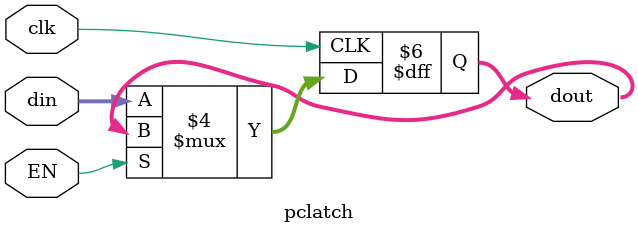
<source format=v>
module pclatch(clk,din,dout,EN);
input clk;
input [31:0]din;
input EN;
output reg [31:0]dout=32'b0;
always@(posedge clk)
begin
if(EN==0)
dout<=din;
end
endmodule

</source>
